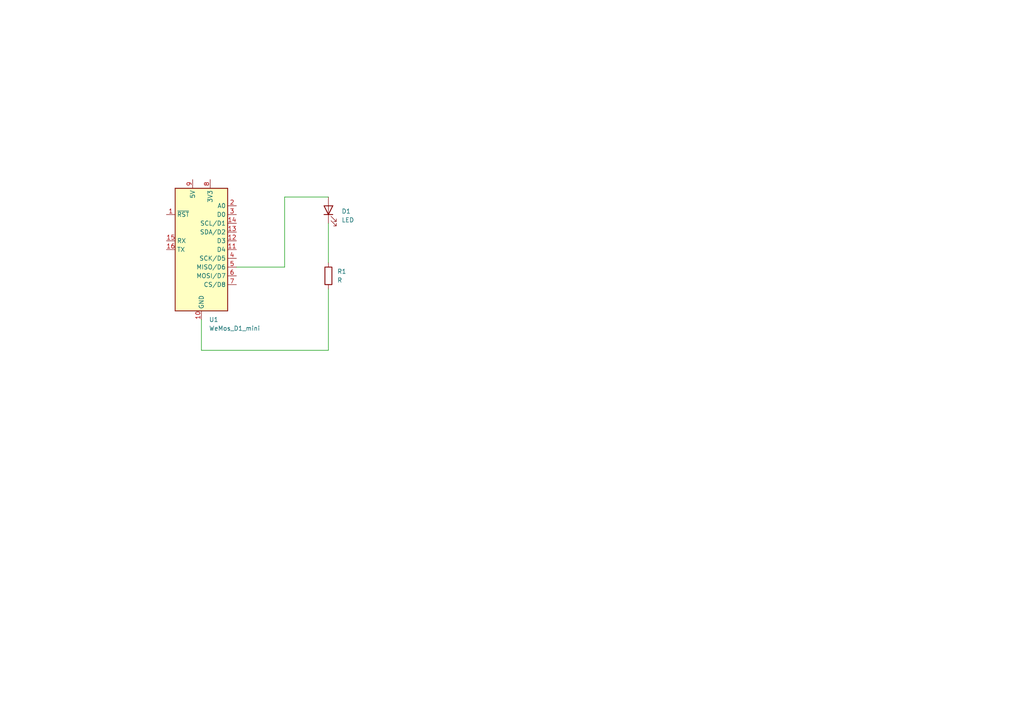
<source format=kicad_sch>
(kicad_sch (version 20231120) (generator "eeschema") (generator_version "8.0")
  (paper "A4")
  (lib_symbols
    (symbol "Device:LED" (pin_numbers hide) (pin_names (offset 1.016) hide)
      (property "Reference" "D" (at 0 2.54 0))
      (property "Value" "LED" (at 0 -2.54 0))
      (symbol "LED_0_1"
        (polyline (pts (xy -1.27 -1.27) (xy -1.27 1.27)) (stroke (width 0.254)))
        (polyline (pts (xy -1.27 0) (xy 1.27 0)))
        (polyline (pts (xy 1.27 -1.27) (xy 1.27 1.27) (xy -1.27 0) (xy 1.27 -1.27)) (stroke (width 0.254)))
        (polyline (pts (xy -3.048 -0.762) (xy -4.572 -2.286) (xy -3.81 -2.286) (xy -4.572 -2.286) (xy -4.572 -1.524)))
        (polyline (pts (xy -1.778 -0.762) (xy -3.302 -2.286) (xy -2.54 -2.286) (xy -3.302 -2.286) (xy -3.302 -1.524)))
      )
      (symbol "LED_1_1"
        (pin passive line (at -3.81 0 0) (length 2.54) (name "K") (number "1"))
        (pin passive line (at 3.81 0 180) (length 2.54) (name "A") (number "2"))
      )
    )
    (symbol "Device:R" (pin_numbers hide) (pin_names (offset 0))
      (property "Reference" "R" (at 2.032 0 90))
      (property "Value" "R" (at 0 0 90))
      (symbol "R_0_1"
        (rectangle (start -1.016 -2.54) (end 1.016 2.54) (stroke (width 0.254)))
      )
      (symbol "R_1_1"
        (pin passive line (at 0 3.81 270) (length 1.27) (name "~") (number "1"))
        (pin passive line (at 0 -3.81 90) (length 1.27) (name "~") (number "2"))
      )
    )
    (symbol "MCU_Module:WeMos_D1_mini"
      (property "Reference" "U" (at 3.81 19.05 0))
      (property "Value" "WeMos_D1_mini" (at 1.27 -19.05 0))
      (symbol "WeMos_D1_mini_1_1"
        (rectangle (start -7.62 17.78) (end 7.62 -17.78) (stroke (width 0.254)) (fill (type background)))
        (pin input line (at -10.16 10.16 0) (length 2.54) (name "~{RST}") (number "1"))
        (pin power_in line (at 0 -20.32 90) (length 2.54) (name "GND") (number "10"))
        (pin bidirectional line (at 10.16 0 180) (length 2.54) (name "D4") (number "11"))
        (pin bidirectional line (at 10.16 2.54 180) (length 2.54) (name "D3") (number "12"))
        (pin bidirectional line (at 10.16 5.08 180) (length 2.54) (name "SDA/D2") (number "13"))
        (pin bidirectional line (at 10.16 7.62 180) (length 2.54) (name "SCL/D1") (number "14"))
        (pin input line (at -10.16 2.54 0) (length 2.54) (name "RX") (number "15"))
        (pin output line (at -10.16 0 0) (length 2.54) (name "TX") (number "16"))
        (pin input line (at 10.16 12.7 180) (length 2.54) (name "A0") (number "2"))
        (pin bidirectional line (at 10.16 10.16 180) (length 2.54) (name "D0") (number "3"))
        (pin bidirectional line (at 10.16 -2.54 180) (length 2.54) (name "SCK/D5") (number "4"))
        (pin bidirectional line (at 10.16 -5.08 180) (length 2.54) (name "MISO/D6") (number "5"))
        (pin bidirectional line (at 10.16 -7.62 180) (length 2.54) (name "MOSI/D7") (number "6"))
        (pin bidirectional line (at 10.16 -10.16 180) (length 2.54) (name "CS/D8") (number "7"))
        (pin power_out line (at 2.54 20.32 270) (length 2.54) (name "3V3") (number "8"))
        (pin power_in line (at -2.54 20.32 270) (length 2.54) (name "5V") (number "9"))
      )
    )
  )
  (wire (pts (xy 68.58 77.47) (xy 82.55 77.47)))
  (wire (pts (xy 95.25 64.77) (xy 95.25 76.2)))
  (wire (pts (xy 82.55 57.15) (xy 95.25 57.15)))
  (wire (pts (xy 95.25 101.6) (xy 58.42 101.6)))
  (wire (pts (xy 95.25 83.82) (xy 95.25 101.6)))
  (wire (pts (xy 58.42 101.6) (xy 58.42 92.71)))
  (wire (pts (xy 82.55 77.47) (xy 82.55 57.15)))
  (symbol (lib_id "Device:R") (at 95.25 80.01 0) (unit 1)
    (property "Reference" "R1" (at 97.79 78.7399 0) (effects (justify left)))
    (property "Value" "R" (at 97.79 81.2799 0) (effects (justify left)))
    (property "Description" "Resistor" (effects (hide yes)))
  )
  (symbol (lib_id "MCU_Module:WeMos_D1_mini") (at 58.42 72.39 0) (unit 1)
    (property "Reference" "U1" (at 60.6141 92.71 0) (effects (justify left)))
    (property "Value" "WeMos_D1_mini" (at 60.6141 95.25 0) (effects (justify left)))
    (property "Footprint" "Module:WEMOS_D1_mini_light" (effects (hide yes)))
    (property "Datasheet" "https://wiki.wemos.cc/products:d1:d1_mini#documentation" (effects (hide yes)))
    (property "Description" "32-bit microcontroller module with WiFi" (effects (hide yes)))
  )
  (symbol (lib_id "Device:LED") (at 95.25 60.96 90) (unit 1)
    (property "Reference" "D1" (at 99.06 61.2774 90) (effects (justify right)))
    (property "Value" "LED" (at 99.06 63.8174 90) (effects (justify right)))
    (property "Description" "Light emitting diode" (effects (hide yes)))
  )
)
</source>
